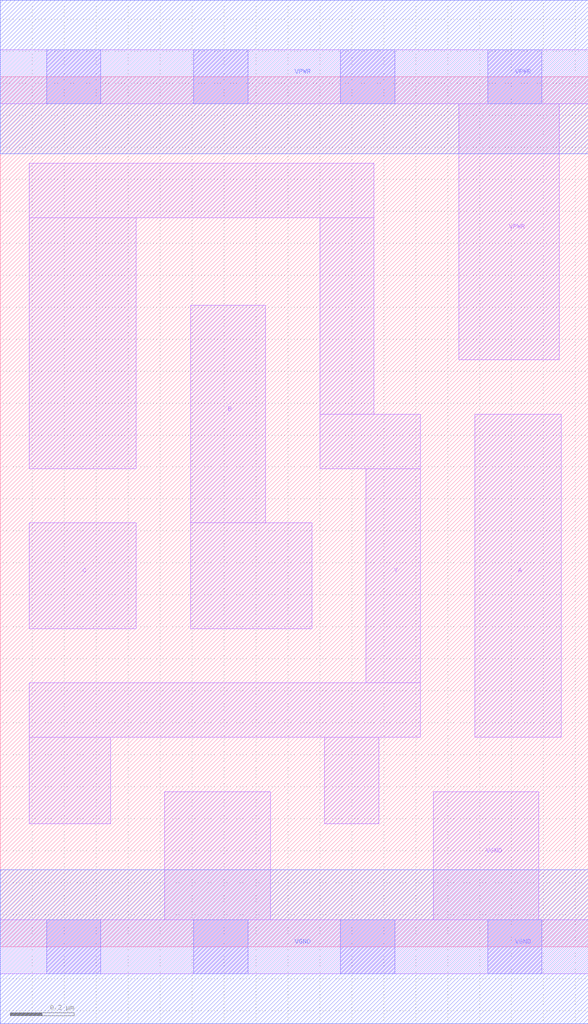
<source format=lef>
# Copyright 2020 The SkyWater PDK Authors
#
# Licensed under the Apache License, Version 2.0 (the "License");
# you may not use this file except in compliance with the License.
# You may obtain a copy of the License at
#
#     https://www.apache.org/licenses/LICENSE-2.0
#
# Unless required by applicable law or agreed to in writing, software
# distributed under the License is distributed on an "AS IS" BASIS,
# WITHOUT WARRANTIES OR CONDITIONS OF ANY KIND, either express or implied.
# See the License for the specific language governing permissions and
# limitations under the License.
#
# SPDX-License-Identifier: Apache-2.0

VERSION 5.7 ;
  NAMESCASESENSITIVE ON ;
  NOWIREEXTENSIONATPIN ON ;
  DIVIDERCHAR "/" ;
  BUSBITCHARS "[]" ;
UNITS
  DATABASE MICRONS 200 ;
END UNITS
MACRO sky130_fd_sc_hd__nor3_1
  CLASS CORE ;
  SOURCE USER ;
  FOREIGN sky130_fd_sc_hd__nor3_1 ;
  ORIGIN  0.000000  0.000000 ;
  SIZE  1.840000 BY  2.720000 ;
  SYMMETRY X Y R90 ;
  SITE unithd ;
  PIN A
    ANTENNAGATEAREA  0.247500 ;
    DIRECTION INPUT ;
    USE SIGNAL ;
    PORT
      LAYER li1 ;
        RECT 1.485000 0.655000 1.755000 1.665000 ;
    END
  END A
  PIN B
    ANTENNAGATEAREA  0.247500 ;
    DIRECTION INPUT ;
    USE SIGNAL ;
    PORT
      LAYER li1 ;
        RECT 0.595000 0.995000 0.975000 1.325000 ;
        RECT 0.595000 1.325000 0.830000 2.005000 ;
    END
  END B
  PIN C
    ANTENNAGATEAREA  0.247500 ;
    DIRECTION INPUT ;
    USE SIGNAL ;
    PORT
      LAYER li1 ;
        RECT 0.090000 0.995000 0.425000 1.325000 ;
    END
  END C
  PIN Y
    ANTENNADIFFAREA  0.604500 ;
    DIRECTION OUTPUT ;
    USE SIGNAL ;
    PORT
      LAYER li1 ;
        RECT 0.090000 0.385000 0.345000 0.655000 ;
        RECT 0.090000 0.655000 1.315000 0.825000 ;
        RECT 0.090000 1.495000 0.425000 2.280000 ;
        RECT 0.090000 2.280000 1.170000 2.450000 ;
        RECT 1.000000 1.495000 1.315000 1.665000 ;
        RECT 1.000000 1.665000 1.170000 2.280000 ;
        RECT 1.015000 0.385000 1.185000 0.655000 ;
        RECT 1.145000 0.825000 1.315000 1.495000 ;
    END
  END Y
  PIN VGND
    DIRECTION INOUT ;
    SHAPE ABUTMENT ;
    USE GROUND ;
    PORT
      LAYER li1 ;
        RECT 0.000000 -0.085000 1.840000 0.085000 ;
        RECT 0.515000  0.085000 0.845000 0.485000 ;
        RECT 1.355000  0.085000 1.685000 0.485000 ;
      LAYER mcon ;
        RECT 0.145000 -0.085000 0.315000 0.085000 ;
        RECT 0.605000 -0.085000 0.775000 0.085000 ;
        RECT 1.065000 -0.085000 1.235000 0.085000 ;
        RECT 1.525000 -0.085000 1.695000 0.085000 ;
      LAYER met1 ;
        RECT 0.000000 -0.240000 1.840000 0.240000 ;
    END
  END VGND
  PIN VPWR
    DIRECTION INOUT ;
    SHAPE ABUTMENT ;
    USE POWER ;
    PORT
      LAYER li1 ;
        RECT 0.000000 2.635000 1.840000 2.805000 ;
        RECT 1.435000 1.835000 1.750000 2.635000 ;
      LAYER mcon ;
        RECT 0.145000 2.635000 0.315000 2.805000 ;
        RECT 0.605000 2.635000 0.775000 2.805000 ;
        RECT 1.065000 2.635000 1.235000 2.805000 ;
        RECT 1.525000 2.635000 1.695000 2.805000 ;
      LAYER met1 ;
        RECT 0.000000 2.480000 1.840000 2.960000 ;
    END
  END VPWR
END sky130_fd_sc_hd__nor3_1

</source>
